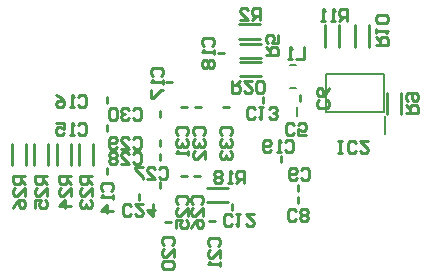
<source format=gbo>
G04*
G04 #@! TF.GenerationSoftware,Altium Limited,Altium Designer,22.11.1 (43)*
G04*
G04 Layer_Color=32896*
%FSLAX25Y25*%
%MOIN*%
G70*
G04*
G04 #@! TF.SameCoordinates,C5D6164D-5D78-48BC-AB56-747E864F78F7*
G04*
G04*
G04 #@! TF.FilePolarity,Positive*
G04*
G01*
G75*
%ADD10C,0.00787*%
%ADD11C,0.00500*%
%ADD14C,0.00600*%
%ADD17C,0.01000*%
D10*
X472928Y376701D02*
Y389299D01*
X453637D02*
X472928D01*
X453637Y376701D02*
Y389299D01*
Y376701D02*
X472928D01*
X473440Y369319D02*
Y375323D01*
D11*
X441799Y384563D02*
X443767D01*
X441799Y392437D02*
X443767D01*
D14*
X444148Y375221D02*
Y378371D01*
D17*
X353659Y358957D02*
Y366043D01*
X348934Y358957D02*
Y366043D01*
X361068Y358957D02*
Y366043D01*
X356344Y358957D02*
Y366043D01*
X368659Y358957D02*
Y366043D01*
X363934Y358957D02*
Y366043D01*
X376145Y358957D02*
Y366043D01*
X371421Y358957D02*
Y366043D01*
X425039Y393362D02*
X432126D01*
X425039Y388638D02*
X432126D01*
X414039Y346638D02*
X421126D01*
X414039Y351362D02*
X421126D01*
X458145Y398457D02*
Y405543D01*
X453421Y398457D02*
Y405543D01*
X468145Y398457D02*
Y405543D01*
X463421Y398457D02*
Y405543D01*
X478645Y375957D02*
Y383043D01*
X473921Y375957D02*
Y383043D01*
X424939Y394638D02*
X432026D01*
X424939Y399362D02*
X432026D01*
X424739Y401138D02*
X431826D01*
X424739Y405862D02*
X431826D01*
X419261Y378222D02*
X421261D01*
X410023D02*
X412023D01*
X405283D02*
X407283D01*
X398282Y375000D02*
Y377000D01*
Y365500D02*
Y367500D01*
Y360638D02*
Y362638D01*
Y351403D02*
Y353403D01*
X409747Y355199D02*
X411747D01*
X405283D02*
X407283D01*
X391283Y347500D02*
Y349500D01*
X414686Y340236D02*
X416686D01*
X400145Y339960D02*
X402145D01*
X438782Y360000D02*
Y362000D01*
X417783Y396499D02*
X419783D01*
X400514Y386827D02*
X402514D01*
X380617Y379669D02*
Y381669D01*
Y370197D02*
Y372197D01*
X380699Y356051D02*
Y358051D01*
X432827Y379669D02*
Y381669D01*
X422283Y344000D02*
Y346000D01*
X444282Y350500D02*
Y352500D01*
Y346500D02*
Y348500D01*
X444947Y380276D02*
Y382276D01*
X353282Y355332D02*
X349283D01*
Y353332D01*
X349950Y352666D01*
X351283D01*
X351949Y353332D01*
Y355332D01*
Y353999D02*
X353282Y352666D01*
Y348667D02*
Y351333D01*
X350616Y348667D01*
X349950D01*
X349283Y349334D01*
Y350666D01*
X349950Y351333D01*
X349283Y344669D02*
X349950Y346001D01*
X351283Y347334D01*
X352616D01*
X353282Y346668D01*
Y345335D01*
X352616Y344669D01*
X351949D01*
X351283Y345335D01*
Y347334D01*
X360782Y355332D02*
X356783D01*
Y353332D01*
X357450Y352666D01*
X358783D01*
X359449Y353332D01*
Y355332D01*
Y353999D02*
X360782Y352666D01*
Y348667D02*
Y351333D01*
X358116Y348667D01*
X357450D01*
X356783Y349334D01*
Y350666D01*
X357450Y351333D01*
X356783Y344669D02*
Y347334D01*
X358783D01*
X358116Y346001D01*
Y345335D01*
X358783Y344669D01*
X360116D01*
X360782Y345335D01*
Y346668D01*
X360116Y347334D01*
X368782Y355332D02*
X364783D01*
Y353332D01*
X365450Y352666D01*
X366783D01*
X367449Y353332D01*
Y355332D01*
Y353999D02*
X368782Y352666D01*
Y348667D02*
Y351333D01*
X366116Y348667D01*
X365450D01*
X364783Y349334D01*
Y350666D01*
X365450Y351333D01*
X368782Y345335D02*
X364783D01*
X366783Y347334D01*
Y344669D01*
X375782Y355332D02*
X371783D01*
Y353332D01*
X372450Y352666D01*
X373783D01*
X374449Y353332D01*
Y355332D01*
Y353999D02*
X375782Y352666D01*
Y348667D02*
Y351333D01*
X373116Y348667D01*
X372450D01*
X371783Y349334D01*
Y350666D01*
X372450Y351333D01*
Y347334D02*
X371783Y346668D01*
Y345335D01*
X372450Y344669D01*
X373116D01*
X373783Y345335D01*
Y346001D01*
Y345335D01*
X374449Y344669D01*
X375116D01*
X375782Y345335D01*
Y346668D01*
X375116Y347334D01*
X422451Y386999D02*
Y383001D01*
X424450D01*
X425117Y383667D01*
Y385000D01*
X424450Y385666D01*
X422451D01*
X423784D02*
X425117Y386999D01*
X429116D02*
X426450D01*
X429116Y384334D01*
Y383667D01*
X428449Y383001D01*
X427116D01*
X426450Y383667D01*
X430448D02*
X431115Y383001D01*
X432448D01*
X433114Y383667D01*
Y386333D01*
X432448Y386999D01*
X431115D01*
X430448Y386333D01*
Y383667D01*
X426281Y353001D02*
Y356999D01*
X424282D01*
X423615Y356333D01*
Y355000D01*
X424282Y354334D01*
X426281D01*
X424948D02*
X423615Y353001D01*
X422282D02*
X420950D01*
X421616D01*
Y356999D01*
X422282Y356333D01*
X418950D02*
X418284Y356999D01*
X416951D01*
X416284Y356333D01*
Y355666D01*
X416951Y355000D01*
X416284Y354334D01*
Y353667D01*
X416951Y353001D01*
X418284D01*
X418950Y353667D01*
Y354334D01*
X418284Y355000D01*
X418950Y355666D01*
Y356333D01*
X418284Y355000D02*
X416951D01*
X460615Y407001D02*
Y410999D01*
X458615D01*
X457949Y410333D01*
Y409000D01*
X458615Y408334D01*
X460615D01*
X459282D02*
X457949Y407001D01*
X456616D02*
X455283D01*
X455949D01*
Y410999D01*
X456616Y410333D01*
X453284Y407001D02*
X451951D01*
X452617D01*
Y410999D01*
X453284Y410333D01*
X470283Y399002D02*
X474282D01*
Y401001D01*
X473616Y401667D01*
X472283D01*
X471616Y401001D01*
Y399002D01*
Y400335D02*
X470283Y401667D01*
Y403000D02*
Y404333D01*
Y403667D01*
X474282D01*
X473616Y403000D01*
Y406333D02*
X474282Y406999D01*
Y408332D01*
X473616Y408998D01*
X470950D01*
X470283Y408332D01*
Y406999D01*
X470950Y406333D01*
X473616D01*
X480303Y376317D02*
X484302D01*
Y378317D01*
X483635Y378983D01*
X482302D01*
X481636Y378317D01*
Y376317D01*
Y377650D02*
X480303Y378983D01*
X480969Y380316D02*
X480303Y380982D01*
Y382315D01*
X480969Y382982D01*
X483635D01*
X484302Y382315D01*
Y380982D01*
X483635Y380316D01*
X482969D01*
X482302Y380982D01*
Y382982D01*
X433783Y395668D02*
X437782D01*
Y397667D01*
X437116Y398334D01*
X435783D01*
X435116Y397667D01*
Y395668D01*
Y397001D02*
X433783Y398334D01*
X437782Y402332D02*
Y399667D01*
X435783D01*
X436449Y400999D01*
Y401666D01*
X435783Y402332D01*
X434450D01*
X433783Y401666D01*
Y400333D01*
X434450Y399667D01*
X431615Y407501D02*
Y411499D01*
X429616D01*
X428949Y410833D01*
Y409500D01*
X429616Y408834D01*
X431615D01*
X430282D02*
X428949Y407501D01*
X424950D02*
X427616D01*
X424950Y410167D01*
Y410833D01*
X425617Y411499D01*
X426950D01*
X427616Y410833D01*
X446449Y398499D02*
Y394501D01*
X443783D01*
X442450D02*
X441117D01*
X441783D01*
Y398499D01*
X442450Y397833D01*
X457784Y363001D02*
X459117D01*
X458451D01*
Y366999D01*
X457784D01*
X459117D01*
X463782Y363667D02*
X463116Y363001D01*
X461783D01*
X461117Y363667D01*
Y366333D01*
X461783Y366999D01*
X463116D01*
X463782Y366333D01*
X467781Y366999D02*
X465115D01*
X467781Y364334D01*
Y363667D01*
X467115Y363001D01*
X465782D01*
X465115Y363667D01*
X418950Y369166D02*
X418283Y369832D01*
Y371165D01*
X418950Y371832D01*
X421616D01*
X422282Y371165D01*
Y369832D01*
X421616Y369166D01*
X418950Y367833D02*
X418283Y367166D01*
Y365834D01*
X418950Y365167D01*
X419616D01*
X420283Y365834D01*
Y366500D01*
Y365834D01*
X420949Y365167D01*
X421616D01*
X422282Y365834D01*
Y367166D01*
X421616Y367833D01*
X418950Y363834D02*
X418283Y363168D01*
Y361835D01*
X418950Y361169D01*
X419616D01*
X420283Y361835D01*
Y362501D01*
Y361835D01*
X420949Y361169D01*
X421616D01*
X422282Y361835D01*
Y363168D01*
X421616Y363834D01*
X409950Y369166D02*
X409283Y369832D01*
Y371165D01*
X409950Y371832D01*
X412616D01*
X413282Y371165D01*
Y369832D01*
X412616Y369166D01*
X409950Y367833D02*
X409283Y367166D01*
Y365834D01*
X409950Y365167D01*
X410616D01*
X411283Y365834D01*
Y366500D01*
Y365834D01*
X411949Y365167D01*
X412616D01*
X413282Y365834D01*
Y367166D01*
X412616Y367833D01*
X413282Y361169D02*
Y363834D01*
X410616Y361169D01*
X409950D01*
X409283Y361835D01*
Y363168D01*
X409950Y363834D01*
X404450Y368999D02*
X403783Y369666D01*
Y370999D01*
X404450Y371665D01*
X407116D01*
X407782Y370999D01*
Y369666D01*
X407116Y368999D01*
X404450Y367667D02*
X403783Y367000D01*
Y365667D01*
X404450Y365001D01*
X405116D01*
X405783Y365667D01*
Y366334D01*
Y365667D01*
X406449Y365001D01*
X407116D01*
X407782Y365667D01*
Y367000D01*
X407116Y367667D01*
X407782Y363668D02*
Y362335D01*
Y363001D01*
X403783D01*
X404450Y363668D01*
X389448Y377333D02*
X390115Y377999D01*
X391448D01*
X392114Y377333D01*
Y374667D01*
X391448Y374001D01*
X390115D01*
X389448Y374667D01*
X388116Y377333D02*
X387449Y377999D01*
X386116D01*
X385450Y377333D01*
Y376666D01*
X386116Y376000D01*
X386783D01*
X386116D01*
X385450Y375334D01*
Y374667D01*
X386116Y374001D01*
X387449D01*
X388116Y374667D01*
X384117Y377333D02*
X383450Y377999D01*
X382118D01*
X381451Y377333D01*
Y374667D01*
X382118Y374001D01*
X383450D01*
X384117Y374667D01*
Y377333D01*
X389448Y367833D02*
X390115Y368499D01*
X391448D01*
X392114Y367833D01*
Y365167D01*
X391448Y364501D01*
X390115D01*
X389448Y365167D01*
X385450Y364501D02*
X388116D01*
X385450Y367166D01*
Y367833D01*
X386116Y368499D01*
X387449D01*
X388116Y367833D01*
X384117Y365167D02*
X383450Y364501D01*
X382118D01*
X381451Y365167D01*
Y367833D01*
X382118Y368499D01*
X383450D01*
X384117Y367833D01*
Y367166D01*
X383450Y366500D01*
X381451D01*
X389448Y362833D02*
X390115Y363499D01*
X391448D01*
X392114Y362833D01*
Y360167D01*
X391448Y359501D01*
X390115D01*
X389448Y360167D01*
X385450Y359501D02*
X388116D01*
X385450Y362167D01*
Y362833D01*
X386116Y363499D01*
X387449D01*
X388116Y362833D01*
X384117D02*
X383450Y363499D01*
X382118D01*
X381451Y362833D01*
Y362167D01*
X382118Y361500D01*
X381451Y360834D01*
Y360167D01*
X382118Y359501D01*
X383450D01*
X384117Y360167D01*
Y360834D01*
X383450Y361500D01*
X384117Y362167D01*
Y362833D01*
X383450Y361500D02*
X382118D01*
X397949Y357833D02*
X398615Y358499D01*
X399948D01*
X400614Y357833D01*
Y355167D01*
X399948Y354501D01*
X398615D01*
X397949Y355167D01*
X393950Y354501D02*
X396616D01*
X393950Y357167D01*
Y357833D01*
X394616Y358499D01*
X395949D01*
X396616Y357833D01*
X392617Y358499D02*
X389951D01*
Y357833D01*
X392617Y355167D01*
Y354501D01*
X409450Y346166D02*
X408783Y346832D01*
Y348165D01*
X409450Y348832D01*
X412116D01*
X412782Y348165D01*
Y346832D01*
X412116Y346166D01*
X412782Y342167D02*
Y344833D01*
X410116Y342167D01*
X409450D01*
X408783Y342834D01*
Y344166D01*
X409450Y344833D01*
X408783Y338169D02*
X409450Y339501D01*
X410783Y340834D01*
X412116D01*
X412782Y340168D01*
Y338835D01*
X412116Y338169D01*
X411449D01*
X410783Y338835D01*
Y340834D01*
X404450Y346166D02*
X403783Y346832D01*
Y348165D01*
X404450Y348832D01*
X407116D01*
X407782Y348165D01*
Y346832D01*
X407116Y346166D01*
X407782Y342167D02*
Y344833D01*
X405116Y342167D01*
X404450D01*
X403783Y342834D01*
Y344166D01*
X404450Y344833D01*
X403783Y338169D02*
Y340834D01*
X405783D01*
X405116Y339501D01*
Y338835D01*
X405783Y338169D01*
X407116D01*
X407782Y338835D01*
Y340168D01*
X407116Y340834D01*
X388617Y342667D02*
X387950Y342001D01*
X386617D01*
X385951Y342667D01*
Y345333D01*
X386617Y345999D01*
X387950D01*
X388617Y345333D01*
X392616Y345999D02*
X389950D01*
X392616Y343334D01*
Y342667D01*
X391949Y342001D01*
X390616D01*
X389950Y342667D01*
X395948Y345999D02*
Y342001D01*
X393949Y344000D01*
X396614D01*
X414950Y331999D02*
X414283Y332666D01*
Y333999D01*
X414950Y334665D01*
X417616D01*
X418282Y333999D01*
Y332666D01*
X417616Y331999D01*
X418282Y328001D02*
Y330666D01*
X415616Y328001D01*
X414950D01*
X414283Y328667D01*
Y330000D01*
X414950Y330666D01*
X418282Y326668D02*
Y325335D01*
Y326001D01*
X414283D01*
X414950Y326668D01*
X399581Y332390D02*
X398914Y333057D01*
Y334390D01*
X399581Y335056D01*
X402246D01*
X402913Y334390D01*
Y333057D01*
X402246Y332390D01*
X402913Y328392D02*
Y331057D01*
X400247Y328392D01*
X399581D01*
X398914Y329058D01*
Y330391D01*
X399581Y331057D01*
Y327059D02*
X398914Y326392D01*
Y325059D01*
X399581Y324393D01*
X402246D01*
X402913Y325059D01*
Y326392D01*
X402246Y327059D01*
X399581D01*
X440115Y366833D02*
X440782Y367499D01*
X442115D01*
X442781Y366833D01*
Y364167D01*
X442115Y363501D01*
X440782D01*
X440115Y364167D01*
X438782Y363501D02*
X437450D01*
X438116D01*
Y367499D01*
X438782Y366833D01*
X435450Y364167D02*
X434784Y363501D01*
X433451D01*
X432784Y364167D01*
Y366833D01*
X433451Y367499D01*
X434784D01*
X435450Y366833D01*
Y366166D01*
X434784Y365500D01*
X432784D01*
X412950Y398833D02*
X412283Y399499D01*
Y400832D01*
X412950Y401499D01*
X415616D01*
X416282Y400832D01*
Y399499D01*
X415616Y398833D01*
X416282Y397500D02*
Y396167D01*
Y396833D01*
X412283D01*
X412950Y397500D01*
Y394167D02*
X412283Y393501D01*
Y392168D01*
X412950Y391502D01*
X413616D01*
X414283Y392168D01*
X414949Y391502D01*
X415616D01*
X416282Y392168D01*
Y393501D01*
X415616Y394167D01*
X414949D01*
X414283Y393501D01*
X413616Y394167D01*
X412950D01*
X414283Y393501D02*
Y392168D01*
X395950Y388833D02*
X395283Y389499D01*
Y390832D01*
X395950Y391498D01*
X398616D01*
X399282Y390832D01*
Y389499D01*
X398616Y388833D01*
X399282Y387500D02*
Y386167D01*
Y386833D01*
X395283D01*
X395950Y387500D01*
X395283Y384168D02*
Y381502D01*
X395950D01*
X398616Y384168D01*
X399282D01*
X371115Y381833D02*
X371782Y382499D01*
X373115D01*
X373781Y381833D01*
Y379167D01*
X373115Y378501D01*
X371782D01*
X371115Y379167D01*
X369782Y378501D02*
X368449D01*
X369116D01*
Y382499D01*
X369782Y381833D01*
X363784Y382499D02*
X365117Y381833D01*
X366450Y380500D01*
Y379167D01*
X365784Y378501D01*
X364451D01*
X363784Y379167D01*
Y379834D01*
X364451Y380500D01*
X366450D01*
X371115Y372333D02*
X371782Y372999D01*
X373115D01*
X373781Y372333D01*
Y369667D01*
X373115Y369001D01*
X371782D01*
X371115Y369667D01*
X369782Y369001D02*
X368449D01*
X369116D01*
Y372999D01*
X369782Y372333D01*
X363784Y372999D02*
X366450D01*
Y371000D01*
X365117Y371667D01*
X364451D01*
X363784Y371000D01*
Y369667D01*
X364451Y369001D01*
X365784D01*
X366450Y369667D01*
X379450Y350333D02*
X378783Y350999D01*
Y352332D01*
X379450Y352998D01*
X382116D01*
X382782Y352332D01*
Y350999D01*
X382116Y350333D01*
X382782Y349000D02*
Y347667D01*
Y348333D01*
X378783D01*
X379450Y349000D01*
X382782Y343668D02*
X378783D01*
X380783Y345668D01*
Y343002D01*
X429950Y375167D02*
X429284Y374501D01*
X427951D01*
X427284Y375167D01*
Y377833D01*
X427951Y378499D01*
X429284D01*
X429950Y377833D01*
X431283Y378499D02*
X432616D01*
X431950D01*
Y374501D01*
X431283Y375167D01*
X434615D02*
X435282Y374501D01*
X436615D01*
X437281Y375167D01*
Y375834D01*
X436615Y376500D01*
X435948D01*
X436615D01*
X437281Y377167D01*
Y377833D01*
X436615Y378499D01*
X435282D01*
X434615Y377833D01*
X422250Y339252D02*
X421583Y338586D01*
X420250D01*
X419584Y339252D01*
Y341918D01*
X420250Y342584D01*
X421583D01*
X422250Y341918D01*
X423582Y342584D02*
X424915D01*
X424249D01*
Y338586D01*
X423582Y339252D01*
X429580Y342584D02*
X426915D01*
X429580Y339919D01*
Y339252D01*
X428914Y338586D01*
X427581D01*
X426915Y339252D01*
X445449Y357333D02*
X446116Y357999D01*
X447448D01*
X448115Y357333D01*
Y354667D01*
X447448Y354001D01*
X446116D01*
X445449Y354667D01*
X444116D02*
X443450Y354001D01*
X442117D01*
X441450Y354667D01*
Y357333D01*
X442117Y357999D01*
X443450D01*
X444116Y357333D01*
Y356666D01*
X443450Y356000D01*
X441450D01*
X443616Y341167D02*
X442950Y340501D01*
X441617D01*
X440950Y341167D01*
Y343833D01*
X441617Y344499D01*
X442950D01*
X443616Y343833D01*
X444949Y341167D02*
X445616Y340501D01*
X446948D01*
X447615Y341167D01*
Y341834D01*
X446948Y342500D01*
X447615Y343166D01*
Y343833D01*
X446948Y344499D01*
X445616D01*
X444949Y343833D01*
Y343166D01*
X445616Y342500D01*
X444949Y341834D01*
Y341167D01*
X445616Y342500D02*
X446948D01*
X454116Y380834D02*
X454782Y380167D01*
Y378834D01*
X454116Y378168D01*
X451450D01*
X450783Y378834D01*
Y380167D01*
X451450Y380834D01*
X454782Y384832D02*
X454116Y383499D01*
X452783Y382167D01*
X451450D01*
X450783Y382833D01*
Y384166D01*
X451450Y384832D01*
X452116D01*
X452783Y384166D01*
Y382167D01*
X443116Y369667D02*
X442450Y369001D01*
X441117D01*
X440450Y369667D01*
Y372333D01*
X441117Y372999D01*
X442450D01*
X443116Y372333D01*
X447115Y369001D02*
X444449D01*
Y371000D01*
X445782Y370334D01*
X446449D01*
X447115Y371000D01*
Y372333D01*
X446449Y372999D01*
X445116D01*
X444449Y372333D01*
M02*

</source>
